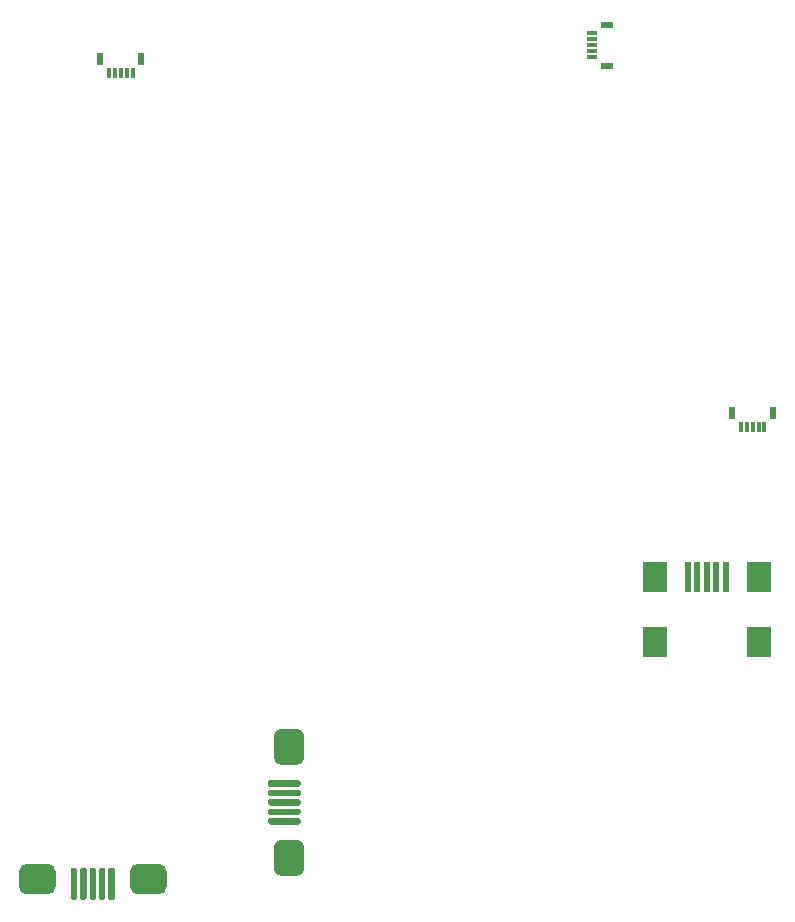
<source format=gbr>
%TF.GenerationSoftware,KiCad,Pcbnew,(5.1.10)-1*%
%TF.CreationDate,2021-10-19T18:18:53+02:00*%
%TF.ProjectId,hard_cam_usb_production,68617264-5f63-4616-9d5f-7573625f7072,rev?*%
%TF.SameCoordinates,Original*%
%TF.FileFunction,Paste,Top*%
%TF.FilePolarity,Positive*%
%FSLAX46Y46*%
G04 Gerber Fmt 4.6, Leading zero omitted, Abs format (unit mm)*
G04 Created by KiCad (PCBNEW (5.1.10)-1) date 2021-10-19 18:18:53*
%MOMM*%
%LPD*%
G01*
G04 APERTURE LIST*
%ADD10R,0.500000X2.500000*%
%ADD11R,2.000000X2.500000*%
%ADD12R,0.520000X1.000000*%
%ADD13R,0.300000X0.900000*%
%ADD14R,0.900000X0.300000*%
%ADD15R,1.000000X0.520000*%
G04 APERTURE END LIST*
%TO.C,J6*%
G36*
G01*
X167525000Y-226137500D02*
X167525000Y-223662500D01*
G75*
G02*
X167662500Y-223525000I137500J0D01*
G01*
X167937500Y-223525000D01*
G75*
G02*
X168075000Y-223662500I0J-137500D01*
G01*
X168075000Y-226137500D01*
G75*
G02*
X167937500Y-226275000I-137500J0D01*
G01*
X167662500Y-226275000D01*
G75*
G02*
X167525000Y-226137500I0J137500D01*
G01*
G37*
G36*
G01*
X168325000Y-226137500D02*
X168325000Y-223662500D01*
G75*
G02*
X168462500Y-223525000I137500J0D01*
G01*
X168737500Y-223525000D01*
G75*
G02*
X168875000Y-223662500I0J-137500D01*
G01*
X168875000Y-226137500D01*
G75*
G02*
X168737500Y-226275000I-137500J0D01*
G01*
X168462500Y-226275000D01*
G75*
G02*
X168325000Y-226137500I0J137500D01*
G01*
G37*
G36*
G01*
X169125000Y-226137500D02*
X169125000Y-223662500D01*
G75*
G02*
X169262500Y-223525000I137500J0D01*
G01*
X169537500Y-223525000D01*
G75*
G02*
X169675000Y-223662500I0J-137500D01*
G01*
X169675000Y-226137500D01*
G75*
G02*
X169537500Y-226275000I-137500J0D01*
G01*
X169262500Y-226275000D01*
G75*
G02*
X169125000Y-226137500I0J137500D01*
G01*
G37*
G36*
G01*
X169925000Y-226137500D02*
X169925000Y-223662500D01*
G75*
G02*
X170062500Y-223525000I137500J0D01*
G01*
X170337500Y-223525000D01*
G75*
G02*
X170475000Y-223662500I0J-137500D01*
G01*
X170475000Y-226137500D01*
G75*
G02*
X170337500Y-226275000I-137500J0D01*
G01*
X170062500Y-226275000D01*
G75*
G02*
X169925000Y-226137500I0J137500D01*
G01*
G37*
G36*
G01*
X170725000Y-226137500D02*
X170725000Y-223662500D01*
G75*
G02*
X170862500Y-223525000I137500J0D01*
G01*
X171137500Y-223525000D01*
G75*
G02*
X171275000Y-223662500I0J-137500D01*
G01*
X171275000Y-226137500D01*
G75*
G02*
X171137500Y-226275000I-137500J0D01*
G01*
X170862500Y-226275000D01*
G75*
G02*
X170725000Y-226137500I0J137500D01*
G01*
G37*
G36*
G01*
X172550000Y-225150000D02*
X172550000Y-223850000D01*
G75*
G02*
X173200000Y-223200000I650000J0D01*
G01*
X175000000Y-223200000D01*
G75*
G02*
X175650000Y-223850000I0J-650000D01*
G01*
X175650000Y-225150000D01*
G75*
G02*
X175000000Y-225800000I-650000J0D01*
G01*
X173200000Y-225800000D01*
G75*
G02*
X172550000Y-225150000I0J650000D01*
G01*
G37*
G36*
G01*
X163150000Y-225150000D02*
X163150000Y-223850000D01*
G75*
G02*
X163800000Y-223200000I650000J0D01*
G01*
X165600000Y-223200000D01*
G75*
G02*
X166250000Y-223850000I0J-650000D01*
G01*
X166250000Y-225150000D01*
G75*
G02*
X165600000Y-225800000I-650000J0D01*
G01*
X163800000Y-225800000D01*
G75*
G02*
X163150000Y-225150000I0J650000D01*
G01*
G37*
%TD*%
D10*
%TO.C,J2*%
X223000000Y-198900000D03*
X222200000Y-198900000D03*
X221400000Y-198900000D03*
X220600000Y-198900000D03*
X219800000Y-198900000D03*
D11*
X225800000Y-198900000D03*
X217000000Y-198900000D03*
X225800000Y-204400000D03*
X217000000Y-204400000D03*
%TD*%
D12*
%TO.C,J1*%
X223526500Y-185033500D03*
X227006500Y-185033500D03*
D13*
X224266500Y-186233500D03*
X224766500Y-186233500D03*
X225266500Y-186233500D03*
X225766500Y-186233500D03*
X226266500Y-186233500D03*
%TD*%
%TO.C,J4*%
G36*
G01*
X184380500Y-216131000D02*
X186855500Y-216131000D01*
G75*
G02*
X186993000Y-216268500I0J-137500D01*
G01*
X186993000Y-216543500D01*
G75*
G02*
X186855500Y-216681000I-137500J0D01*
G01*
X184380500Y-216681000D01*
G75*
G02*
X184243000Y-216543500I0J137500D01*
G01*
X184243000Y-216268500D01*
G75*
G02*
X184380500Y-216131000I137500J0D01*
G01*
G37*
G36*
G01*
X184380500Y-216931000D02*
X186855500Y-216931000D01*
G75*
G02*
X186993000Y-217068500I0J-137500D01*
G01*
X186993000Y-217343500D01*
G75*
G02*
X186855500Y-217481000I-137500J0D01*
G01*
X184380500Y-217481000D01*
G75*
G02*
X184243000Y-217343500I0J137500D01*
G01*
X184243000Y-217068500D01*
G75*
G02*
X184380500Y-216931000I137500J0D01*
G01*
G37*
G36*
G01*
X184380500Y-217731000D02*
X186855500Y-217731000D01*
G75*
G02*
X186993000Y-217868500I0J-137500D01*
G01*
X186993000Y-218143500D01*
G75*
G02*
X186855500Y-218281000I-137500J0D01*
G01*
X184380500Y-218281000D01*
G75*
G02*
X184243000Y-218143500I0J137500D01*
G01*
X184243000Y-217868500D01*
G75*
G02*
X184380500Y-217731000I137500J0D01*
G01*
G37*
G36*
G01*
X184380500Y-218531000D02*
X186855500Y-218531000D01*
G75*
G02*
X186993000Y-218668500I0J-137500D01*
G01*
X186993000Y-218943500D01*
G75*
G02*
X186855500Y-219081000I-137500J0D01*
G01*
X184380500Y-219081000D01*
G75*
G02*
X184243000Y-218943500I0J137500D01*
G01*
X184243000Y-218668500D01*
G75*
G02*
X184380500Y-218531000I137500J0D01*
G01*
G37*
G36*
G01*
X184380500Y-219331000D02*
X186855500Y-219331000D01*
G75*
G02*
X186993000Y-219468500I0J-137500D01*
G01*
X186993000Y-219743500D01*
G75*
G02*
X186855500Y-219881000I-137500J0D01*
G01*
X184380500Y-219881000D01*
G75*
G02*
X184243000Y-219743500I0J137500D01*
G01*
X184243000Y-219468500D01*
G75*
G02*
X184380500Y-219331000I137500J0D01*
G01*
G37*
G36*
G01*
X185368000Y-221156000D02*
X186668000Y-221156000D01*
G75*
G02*
X187318000Y-221806000I0J-650000D01*
G01*
X187318000Y-223606000D01*
G75*
G02*
X186668000Y-224256000I-650000J0D01*
G01*
X185368000Y-224256000D01*
G75*
G02*
X184718000Y-223606000I0J650000D01*
G01*
X184718000Y-221806000D01*
G75*
G02*
X185368000Y-221156000I650000J0D01*
G01*
G37*
G36*
G01*
X185368000Y-211756000D02*
X186668000Y-211756000D01*
G75*
G02*
X187318000Y-212406000I0J-650000D01*
G01*
X187318000Y-214206000D01*
G75*
G02*
X186668000Y-214856000I-650000J0D01*
G01*
X185368000Y-214856000D01*
G75*
G02*
X184718000Y-214206000I0J650000D01*
G01*
X184718000Y-212406000D01*
G75*
G02*
X185368000Y-211756000I650000J0D01*
G01*
G37*
%TD*%
D14*
%TO.C,J3*%
X211700000Y-154900000D03*
X211700000Y-154400000D03*
X211700000Y-153900000D03*
X211700000Y-153400000D03*
X211700000Y-152900000D03*
D15*
X212900000Y-155640000D03*
X212900000Y-152160000D03*
%TD*%
D12*
%TO.C,J5*%
X170026500Y-155033500D03*
X173506500Y-155033500D03*
D13*
X170766500Y-156233500D03*
X171266500Y-156233500D03*
X171766500Y-156233500D03*
X172266500Y-156233500D03*
X172766500Y-156233500D03*
%TD*%
M02*

</source>
